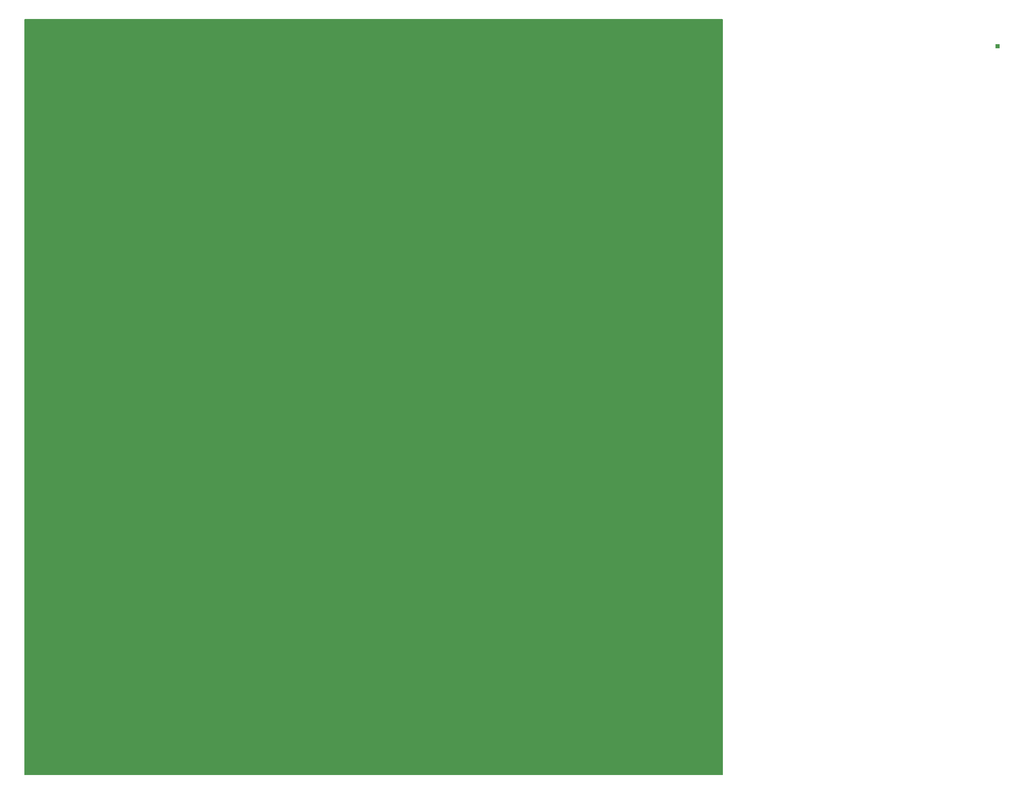
<source format=gbr>
%TF.GenerationSoftware,KiCad,Pcbnew,7.0.9*%
%TF.CreationDate,2024-08-20T18:05:02-06:00*%
%TF.ProjectId,4K_wall_PCB,344b5f77-616c-46c5-9f50-43422e6b6963,rev?*%
%TF.SameCoordinates,Original*%
%TF.FileFunction,Soldermask,Bot*%
%TF.FilePolarity,Negative*%
%FSLAX46Y46*%
G04 Gerber Fmt 4.6, Leading zero omitted, Abs format (unit mm)*
G04 Created by KiCad (PCBNEW 7.0.9) date 2024-08-20 18:05:02*
%MOMM*%
%LPD*%
G01*
G04 APERTURE LIST*
%ADD10C,0.150000*%
%ADD11R,0.850000X0.850000*%
G04 APERTURE END LIST*
D10*
X-4000000Y5000000D02*
X139000000Y5000000D01*
X139000000Y-150000000D01*
X-4000000Y-150000000D01*
X-4000000Y5000000D01*
G36*
X-4000000Y5000000D02*
G01*
X139000000Y5000000D01*
X139000000Y-150000000D01*
X-4000000Y-150000000D01*
X-4000000Y5000000D01*
G37*
D11*
%TO.C,J1*%
X195375000Y-525000D03*
%TD*%
M02*

</source>
